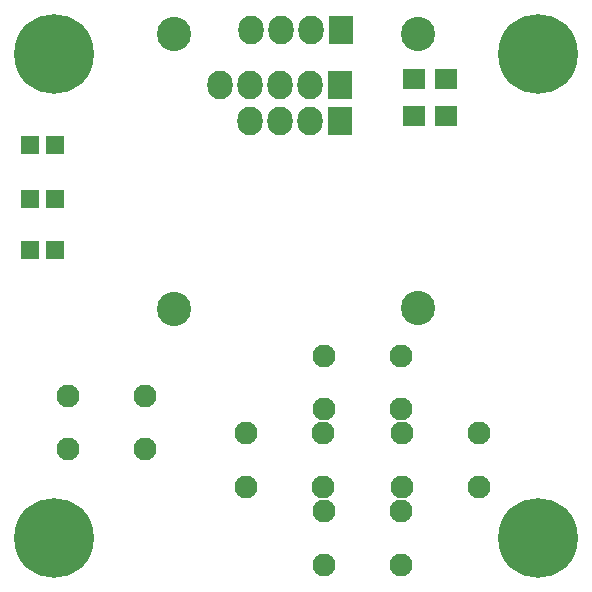
<source format=gbs>
G04 #@! TF.FileFunction,Soldermask,Bot*
%FSLAX46Y46*%
G04 Gerber Fmt 4.6, Leading zero omitted, Abs format (unit mm)*
G04 Created by KiCad (PCBNEW (after 2015-mar-04 BZR unknown)-product) date 7/18/2015 1:21:16 PM*
%MOMM*%
G01*
G04 APERTURE LIST*
%ADD10C,0.150000*%
%ADD11C,6.750000*%
%ADD12C,2.900000*%
%ADD13R,1.900000X1.700000*%
%ADD14R,2.127200X2.432000*%
%ADD15O,2.127200X2.432000*%
%ADD16C,1.949400*%
%ADD17R,1.598880X1.598880*%
G04 APERTURE END LIST*
D10*
D11*
X140000000Y-110000000D03*
X99000000Y-110000000D03*
X140000000Y-69000000D03*
X99000000Y-69000000D03*
D12*
X129850000Y-90550000D03*
X109150000Y-90600000D03*
X129850000Y-67350000D03*
X109150000Y-67350000D03*
D13*
X129460000Y-71120000D03*
X132160000Y-71120000D03*
X129460000Y-74295000D03*
X132160000Y-74295000D03*
D14*
X123190000Y-71628000D03*
D15*
X120650000Y-71628000D03*
X118110000Y-71628000D03*
X115570000Y-71628000D03*
X113030000Y-71628000D03*
D14*
X123310000Y-67000000D03*
D15*
X120770000Y-67000000D03*
X118230000Y-67000000D03*
X115690000Y-67000000D03*
D16*
X128448800Y-101149560D03*
X128448800Y-105650440D03*
X134951200Y-101149560D03*
X134951200Y-105650440D03*
X121848800Y-94549560D03*
X121848800Y-99050440D03*
X128351200Y-94549560D03*
X128351200Y-99050440D03*
X121848800Y-107749560D03*
X121848800Y-112250440D03*
X128351200Y-107749560D03*
X128351200Y-112250440D03*
X115248800Y-101149560D03*
X115248800Y-105650440D03*
X121751200Y-101149560D03*
X121751200Y-105650440D03*
X100224800Y-97949560D03*
X100224800Y-102450440D03*
X106727200Y-97949560D03*
X106727200Y-102450440D03*
D17*
X99093020Y-76708000D03*
X96994980Y-76708000D03*
X99093020Y-81280000D03*
X96994980Y-81280000D03*
X99093020Y-85598000D03*
X96994980Y-85598000D03*
D14*
X123190000Y-74676000D03*
D15*
X120650000Y-74676000D03*
X118110000Y-74676000D03*
X115570000Y-74676000D03*
M02*

</source>
